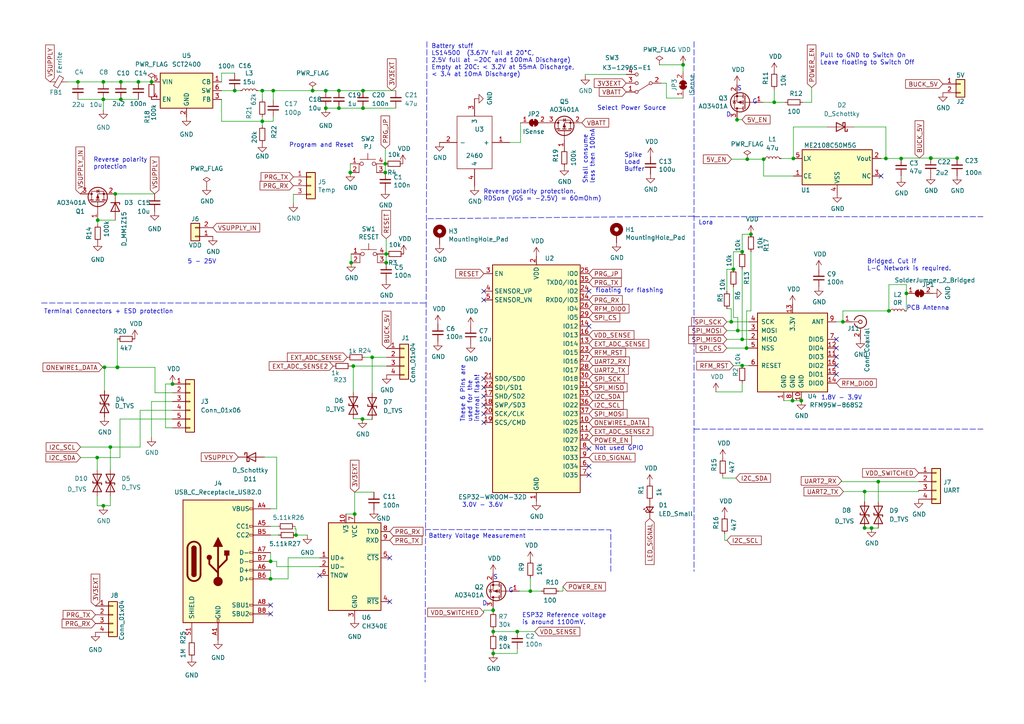
<source format=kicad_sch>
(kicad_sch (version 20211123) (generator eeschema)
  (paper "A4")
  (title_block (title "AcreLink") (date "2022-01-30") (rev "v2.0"))
  (junction (at 143.0528 183.1848))
  (junction (at 230.124 45.974))
  (junction (at 105.1306 121.539))
  (junction (at 212.725 78.105))
  (junction (at 76.073 26.289))
  (junction (at 216.535 100.965))
  (junction (at 261.366 45.974))
  (junction (at 30.3022 106.5276))
  (junction (at 102.87 149.098))
  (junction (at 111.76 47.498))
  (junction (at 112.014 73.66))
  (junction (at 256.9464 45.974))
  (junction (at 40.132 23.749))
  (junction (at 35.052 23.749))
  (junction (at 29.972 146.685))
  (junction (at 216.7382 46.1772))
  (junction (at 250.7742 142.5702))
  (junction (at 217.805 67.945))
  (junction (at 34.0614 106.5276))
  (junction (at 33.4264 56.2356))
  (junction (at 29.972 28.829))
  (junction (at 213.7664 34.7472))
  (junction (at 112.014 76.2))
  (junction (at 76.073 35.179))
  (junction (at 94.488 26.289))
  (junction (at 257.81 90.17))
  (junction (at 105.283 26.289))
  (junction (at 78.486 162.814))
  (junction (at 215.265 73.025))
  (junction (at 22.606 23.749))
  (junction (at 85.852 155.194))
  (junction (at 68.072 26.289))
  (junction (at 101.854 76.2))
  (junction (at 50.038 111.379))
  (junction (at 143.0274 176.9872))
  (junction (at 34.036 106.553))
  (junction (at 150.0378 183.1848))
  (junction (at 232.41 116.205))
  (junction (at 29.972 23.749))
  (junction (at 269.9766 45.847))
  (junction (at 79.248 26.289))
  (junction (at 250.7742 153.1366))
  (junction (at 101.6 50.038))
  (junction (at 215.265 106.045))
  (junction (at 269.9512 45.847))
  (junction (at 35.052 28.829))
  (junction (at 94.488 31.369))
  (junction (at 32.004 129.667))
  (junction (at 98.298 31.369))
  (junction (at 43.942 23.749))
  (junction (at 28.194 132.715))
  (junction (at 229.87 116.205))
  (junction (at 153.8224 171.45))
  (junction (at 212.09 93.345))
  (junction (at 213.995 95.885))
  (junction (at 90.678 26.289))
  (junction (at 224.5614 29.6672))
  (junction (at 78.486 167.894))
  (junction (at 198.12 18.796))
  (junction (at 269.9766 45.8978))
  (junction (at 98.298 26.289))
  (junction (at 102.4636 106.172))
  (junction (at 105.283 31.369))
  (junction (at 262.89 85.09))
  (junction (at 111.76 50.038))
  (junction (at 244.475 93.345))
  (junction (at 252.7808 153.162))
  (junction (at 215.265 98.425))
  (junction (at 221.488 46.1772))
  (junction (at 107.95 103.632))
  (junction (at 143.0528 189.5348))
  (junction (at 28.3464 63.8556))
  (junction (at 34.0614 106.553))
  (junction (at 277.5966 45.847))
  (junction (at 254.7366 139.7))
  (no_connect (at 78.486 175.514))
  (no_connect (at 78.486 178.054))
  (no_connect (at 140.335 84.455))
  (no_connect (at 242.57 98.425))
  (no_connect (at 140.335 112.395))
  (no_connect (at 242.57 100.965))
  (no_connect (at 170.815 137.795))
  (no_connect (at 140.335 120.015))
  (no_connect (at 140.335 114.935))
  (no_connect (at 170.815 135.255))
  (no_connect (at 170.815 84.455))
  (no_connect (at 140.335 122.555))
  (no_connect (at 242.57 106.045))
  (no_connect (at 170.815 130.175))
  (no_connect (at 140.335 117.475))
  (no_connect (at 140.335 86.995))
  (no_connect (at 170.815 94.615))
  (no_connect (at 255.524 51.054))
  (no_connect (at 242.57 103.505))
  (no_connect (at 92.71 166.878))
  (no_connect (at 113.03 174.498))
  (no_connect (at 113.03 161.798))
  (no_connect (at 140.335 109.855))
  (no_connect (at 242.57 108.585))
  (wire (pts (xy 191.77 24.13) (xy 193.294 24.13)))
  (wire (pts (xy 266.446 142.5702) (xy 266.446 142.24)))
  (wire (pts (xy 34.036 106.553) (xy 34.0614 106.553)))
  (wire (pts (xy 212.725 92.075) (xy 213.995 92.075)))
  (wire (pts (xy 94.488 31.369) (xy 98.298 31.369)))
  (wire (pts (xy 85.852 153.416) (xy 85.852 155.194)))
  (wire (pts (xy 83.566 167.894) (xy 78.486 167.894)))
  (wire (pts (xy 32.004 143.891) (xy 32.004 146.685)))
  (wire (pts (xy 277.5966 45.8978) (xy 277.5966 45.847)))
  (wire (pts (xy 269.9512 45.847) (xy 269.9512 45.7962)))
  (wire (pts (xy 80.264 162.814) (xy 78.486 162.814)))
  (wire (pts (xy 215.265 67.945) (xy 217.805 67.945)))
  (polyline (pts (xy 201.295 12.065) (xy 201.295 165.735)))
  (wire (pts (xy 226.568 45.974) (xy 230.124 45.974)))
  (wire (pts (xy 76.073 35.179) (xy 76.073 36.449)))
  (wire (pts (xy 22.606 28.829) (xy 29.972 28.829)))
  (wire (pts (xy 210.82 93.345) (xy 212.09 93.345)))
  (wire (pts (xy 215.265 78.105) (xy 215.265 98.425)))
  (wire (pts (xy 150.0378 189.5348) (xy 143.0528 189.5348)))
  (wire (pts (xy 105.791 103.632) (xy 107.95 103.632)))
  (wire (pts (xy 85.598 153.416) (xy 85.852 153.416)))
  (wire (pts (xy 247.65 36.83) (xy 256.9464 36.83)))
  (wire (pts (xy 215.265 73.025) (xy 215.265 67.945)))
  (wire (pts (xy 64.262 35.179) (xy 76.073 35.179)))
  (wire (pts (xy 162.0774 171.45) (xy 163.2712 171.45)))
  (wire (pts (xy 34.798 121.539) (xy 50.038 121.539)))
  (wire (pts (xy 35.052 28.829) (xy 40.132 28.829)))
  (wire (pts (xy 213.995 95.885) (xy 217.17 95.885)))
  (wire (pts (xy 210.82 84.455) (xy 210.82 78.105)))
  (wire (pts (xy 35.052 23.749) (xy 40.132 23.749)))
  (wire (pts (xy 76.708 132.588) (xy 80.264 132.588)))
  (wire (pts (xy 169.7482 21.59) (xy 169.7482 21.9456)))
  (wire (pts (xy 48.006 111.379) (xy 50.038 111.379)))
  (wire (pts (xy 48.006 124.079) (xy 48.006 111.379)))
  (wire (pts (xy 85.598 152.654) (xy 85.598 153.416)))
  (wire (pts (xy 76.073 35.179) (xy 79.248 35.179)))
  (wire (pts (xy 153.8224 171.45) (xy 156.9974 171.45)))
  (wire (pts (xy 147.8026 41.3258) (xy 150.9776 41.3258)))
  (wire (pts (xy 217.805 90.17) (xy 216.535 90.17)))
  (wire (pts (xy 23.368 132.715) (xy 28.194 132.715)))
  (wire (pts (xy 252.7808 153.162) (xy 250.7742 153.162)))
  (wire (pts (xy 80.264 132.588) (xy 80.264 147.574)))
  (wire (pts (xy 105.1306 121.666) (xy 105.1306 121.539)))
  (wire (pts (xy 269.9512 45.847) (xy 269.9766 45.847)))
  (wire (pts (xy 78.486 160.274) (xy 78.486 162.814)))
  (wire (pts (xy 79.248 33.909) (xy 79.248 35.179)))
  (wire (pts (xy 140.335 176.9872) (xy 140.335 177.6222)))
  (wire (pts (xy 150.0378 183.1848) (xy 155.1178 183.1848)))
  (polyline (pts (xy 123.444 87.884) (xy 11.684 87.884)))
  (wire (pts (xy 181.61 21.59) (xy 169.7482 21.59)))
  (wire (pts (xy 102.4636 121.4374) (xy 105.1306 121.4374)))
  (wire (pts (xy 215.265 113.665) (xy 207.645 113.665)))
  (wire (pts (xy 266.446 139.7) (xy 254.7366 139.7)))
  (polyline (pts (xy 201.295 62.865) (xy 285.115 62.865)))
  (wire (pts (xy 32.004 129.667) (xy 40.64 129.667)))
  (wire (pts (xy 262.89 82.55) (xy 262.89 85.09)))
  (wire (pts (xy 34.0614 106.553) (xy 44.958 106.553)))
  (wire (pts (xy 50.038 116.459) (xy 43.942 116.459)))
  (wire (pts (xy 107.95 121.666) (xy 105.1306 121.666)))
  (wire (pts (xy 230.124 51.054) (xy 221.488 51.054)))
  (wire (pts (xy 28.194 132.715) (xy 28.194 136.271)))
  (wire (pts (xy 143.0274 176.9872) (xy 140.335 176.9872)))
  (wire (pts (xy 79.248 26.289) (xy 79.248 28.829)))
  (wire (pts (xy 80.264 164.338) (xy 80.264 162.814)))
  (wire (pts (xy 76.073 26.289) (xy 76.073 28.829)))
  (wire (pts (xy 34.036 98.298) (xy 34.036 106.553)))
  (wire (pts (xy 28.3464 63.8556) (xy 28.3464 65.1256)))
  (wire (pts (xy 28.3464 63.8556) (xy 33.4264 63.8556)))
  (wire (pts (xy 64.262 26.289) (xy 68.072 26.289)))
  (wire (pts (xy 105.283 26.289) (xy 114.808 26.289)))
  (wire (pts (xy 74.803 26.289) (xy 76.073 26.289)))
  (wire (pts (xy 163.2712 171.45) (xy 163.2712 170.1546)))
  (wire (pts (xy 256.9464 36.83) (xy 256.9464 45.974)))
  (wire (pts (xy 29.7688 106.5276) (xy 30.3022 106.5276)))
  (wire (pts (xy 101.727 106.172) (xy 102.4636 106.172)))
  (wire (pts (xy 230.124 36.83) (xy 230.124 45.974)))
  (wire (pts (xy 102.4636 106.172) (xy 112.141 106.172)))
  (wire (pts (xy 215.265 98.425) (xy 217.17 98.425)))
  (wire (pts (xy 102.87 142.748) (xy 108.458 142.748)))
  (wire (pts (xy 29.972 28.829) (xy 35.052 28.829)))
  (wire (pts (xy 34.0614 106.5276) (xy 34.0614 106.553)))
  (polyline (pts (xy 123.825 12.065) (xy 123.2916 197.8152)))
  (wire (pts (xy 227.33 116.205) (xy 229.87 116.205)))
  (wire (pts (xy 215.265 111.125) (xy 215.265 113.665)))
  (wire (pts (xy 83.566 161.798) (xy 83.566 167.894)))
  (wire (pts (xy 102.4636 106.172) (xy 102.4636 113.8174)))
  (wire (pts (xy 22.606 23.749) (xy 29.972 23.749)))
  (wire (pts (xy 213.995 92.075) (xy 213.995 95.885)))
  (wire (pts (xy 254.7366 139.7) (xy 244.1194 139.7)))
  (wire (pts (xy 244.6274 142.5702) (xy 250.7742 142.5702)))
  (wire (pts (xy 193.294 28.448) (xy 198.12 28.448)))
  (wire (pts (xy 143.0274 176.9872) (xy 143.0274 177.4698)))
  (wire (pts (xy 143.0528 183.1848) (xy 143.0528 182.5498)))
  (wire (pts (xy 212.725 78.105) (xy 212.725 73.025)))
  (wire (pts (xy 240.03 36.83) (xy 230.124 36.83)))
  (wire (pts (xy 198.12 18.796) (xy 198.12 20.828)))
  (wire (pts (xy 250.7742 153.1366) (xy 250.7742 153.162)))
  (wire (pts (xy 111.76 47.498) (xy 111.76 43.053)))
  (wire (pts (xy 210.185 154.813) (xy 210.185 156.718)))
  (wire (pts (xy 102.87 142.748) (xy 102.87 149.098)))
  (wire (pts (xy 191.262 18.796) (xy 198.12 18.796)))
  (wire (pts (xy 250.7742 142.5702) (xy 266.446 142.5702)))
  (wire (pts (xy 244.475 93.345) (xy 244.475 90.17)))
  (wire (pts (xy 29.972 23.749) (xy 35.052 23.749)))
  (wire (pts (xy 30.3022 106.5276) (xy 34.0614 106.5276)))
  (wire (pts (xy 229.87 116.205) (xy 232.41 116.205)))
  (wire (pts (xy 40.64 118.999) (xy 50.038 118.999)))
  (wire (pts (xy 78.486 165.354) (xy 78.486 167.894)))
  (wire (pts (xy 261.366 45.847) (xy 269.9512 45.847)))
  (wire (pts (xy 112.014 73.66) (xy 112.014 69.215)))
  (polyline (pts (xy 201.2188 62.7126) (xy 123.952 63.4238)))
  (wire (pts (xy 143.0274 177.4698) (xy 143.0528 177.4698)))
  (wire (pts (xy 216.535 90.17) (xy 216.535 100.965)))
  (wire (pts (xy 213.7664 34.6964) (xy 215.1888 34.6964)))
  (wire (pts (xy 210.82 78.105) (xy 212.725 78.105)))
  (wire (pts (xy 43.942 116.459) (xy 43.942 126.873)))
  (wire (pts (xy 78.486 155.194) (xy 80.772 155.194)))
  (wire (pts (xy 80.264 147.574) (xy 78.486 147.574)))
  (wire (pts (xy 244.475 90.17) (xy 257.81 90.17)))
  (wire (pts (xy 92.71 164.338) (xy 80.264 164.338)))
  (wire (pts (xy 111.76 50.038) (xy 111.76 47.498)))
  (wire (pts (xy 254.7366 139.7) (xy 254.7366 145.542)))
  (wire (pts (xy 40.64 118.999) (xy 40.64 129.667)))
  (wire (pts (xy 107.95 103.632) (xy 112.141 103.632)))
  (wire (pts (xy 232.8164 29.6672) (xy 235.4072 29.6672)))
  (wire (pts (xy 210.82 89.535) (xy 212.09 89.535)))
  (wire (pts (xy 76.073 33.909) (xy 76.073 35.179)))
  (wire (pts (xy 23.368 129.667) (xy 32.004 129.667)))
  (wire (pts (xy 50.038 113.919) (xy 44.958 113.919)))
  (wire (pts (xy 28.194 132.715) (xy 34.798 132.715)))
  (wire (pts (xy 85.852 155.194) (xy 89.154 155.194)))
  (wire (pts (xy 107.95 103.632) (xy 107.95 114.046)))
  (wire (pts (xy 193.294 24.13) (xy 193.294 28.448)))
  (wire (pts (xy 85.09 58.928) (xy 85.09 56.388)))
  (wire (pts (xy 112.014 76.2) (xy 112.014 73.66)))
  (wire (pts (xy 101.6 50.038) (xy 101.6 47.498)))
  (wire (pts (xy 212.725 106.045) (xy 215.265 106.045)))
  (polyline (pts (xy 201.295 124.46) (xy 285.115 124.46)))
  (wire (pts (xy 235.4072 25.3746) (xy 235.4072 29.6672)))
  (wire (pts (xy 261.366 51.054) (xy 261.366 51.6128)))
  (wire (pts (xy 269.9766 45.8978) (xy 277.5966 45.8978)))
  (wire (pts (xy 19.558 23.749) (xy 22.606 23.749)))
  (wire (pts (xy 250.7742 142.5702) (xy 250.7742 145.5166)))
  (wire (pts (xy 255.524 45.974) (xy 256.9464 45.974)))
  (wire (pts (xy 100.33 149.098) (xy 102.87 149.098)))
  (wire (pts (xy 29.972 28.829) (xy 29.972 31.877)))
  (wire (pts (xy 212.09 89.535) (xy 212.09 93.345)))
  (wire (pts (xy 262.89 85.09) (xy 262.89 90.17)))
  (wire (pts (xy 209.6262 138.6586) (xy 209.6262 138.0236)))
  (wire (pts (xy 90.678 26.289) (xy 94.488 26.289)))
  (wire (pts (xy 34.798 121.539) (xy 34.798 132.715)))
  (wire (pts (xy 210.82 98.425) (xy 215.265 98.425)))
  (wire (pts (xy 50.038 124.079) (xy 48.006 124.079)))
  (wire (pts (xy 212.1662 46.1772) (xy 216.7382 46.1772)))
  (wire (pts (xy 101.854 76.2) (xy 101.854 73.66)))
  (wire (pts (xy 224.5614 29.6672) (xy 227.7364 29.6672)))
  (polyline (pts (xy 177.165 165.735) (xy 177.165 153.67)))
  (wire (pts (xy 150.6474 171.45) (xy 153.8224 171.45)))
  (wire (pts (xy 79.248 26.289) (xy 90.678 26.289)))
  (wire (pts (xy 210.185 156.718) (xy 210.82 156.718)))
  (wire (pts (xy 32.004 146.685) (xy 29.972 146.685)))
  (wire (pts (xy 153.8224 167.64) (xy 153.8224 171.45)))
  (wire (pts (xy 64.262 28.829) (xy 64.262 35.179)))
  (wire (pts (xy 216.535 100.965) (xy 210.82 100.965)))
  (wire (pts (xy 98.298 26.289) (xy 105.283 26.289)))
  (wire (pts (xy 78.486 152.654) (xy 80.518 152.654)))
  (wire (pts (xy 242.57 93.345) (xy 244.475 93.345)))
  (wire (pts (xy 40.132 23.749) (xy 43.942 23.749)))
  (wire (pts (xy 64.262 23.749) (xy 64.262 21.209)))
  (wire (pts (xy 32.004 129.667) (xy 32.004 136.271)))
  (wire (pts (xy 28.194 146.685) (xy 29.972 146.685)))
  (wire (pts (xy 143.0528 189.5348) (xy 143.0528 188.8998)))
  (wire (pts (xy 105.283 31.369) (xy 114.808 31.369)))
  (wire (pts (xy 28.194 143.891) (xy 28.194 146.685)))
  (wire (pts (xy 44.958 113.919) (xy 44.958 106.553)))
  (wire (pts (xy 256.9464 45.974) (xy 261.366 45.974)))
  (wire (pts (xy 33.4264 56.2356) (xy 44.8564 56.2356)))
  (wire (pts (xy 269.9766 45.8978) (xy 269.9766 45.847)))
  (wire (pts (xy 217.805 73.025) (xy 217.805 90.17)))
  (wire (pts (xy 150.0378 188.2648) (xy 150.0378 189.5348)))
  (wire (pts (xy 92.71 161.798) (xy 83.566 161.798)))
  (wire (pts (xy 216.7382 46.1772) (xy 221.488 46.1772)))
  (wire (pts (xy 221.488 45.974) (xy 221.488 46.1772)))
  (wire (pts (xy 244.1194 139.4714) (xy 244.1194 139.7)))
  (wire (pts (xy 212.725 73.025) (xy 215.265 73.025)))
  (wire (pts (xy 30.3022 106.5276) (xy 30.3022 113.3348)))
  (wire (pts (xy 98.298 31.369) (xy 105.283 31.369)))
  (wire (pts (xy 213.7664 34.6964) (xy 213.7664 34.7472)))
  (wire (pts (xy 143.0528 183.1848) (xy 150.0378 183.1848)))
  (wire (pts (xy 212.09 93.345) (xy 217.17 93.345)))
  (wire (pts (xy 76.073 26.289) (xy 79.248 26.289)))
  (wire (pts (xy 210.82 95.885) (xy 213.995 95.885)))
  (polyline (pts (xy 123.2662 153.5938) (xy 177.165 153.67)))
  (wire (pts (xy 68.072 26.289) (xy 69.723 26.289)))
  (wire (pts (xy 257.81 82.55) (xy 262.89 82.55)))
  (wire (pts (xy 254.7366 153.162) (xy 252.7808 153.162)))
  (wire (pts (xy 221.488 46.1772) (xy 221.488 51.054)))
  (wire (pts (xy 143.0274 176.53) (xy 143.0274 176.9872)))
  (wire (pts (xy 261.366 45.847) (xy 261.366 45.974)))
  (wire (pts (xy 221.3864 29.6672) (xy 224.5614 29.6672)))
  (wire (pts (xy 257.81 90.17) (xy 257.81 82.55)))
  (wire (pts (xy 215.265 106.045) (xy 217.17 106.045)))
  (wire (pts (xy 224.5614 25.8572) (xy 224.5614 29.6672)))
  (wire (pts (xy 217.17 100.965) (xy 216.535 100.965)))
  (wire (pts (xy 212.725 83.185) (xy 212.725 92.075)))
  (wire (pts (xy 105.1306 121.4374) (xy 105.1306 121.539)))
  (wire (pts (xy 213.4362 138.6586) (xy 209.6262 138.6586)))
  (wire (pts (xy 94.488 26.289) (xy 98.298 26.289)))
  (wire (pts (xy 143.0528 183.8198) (xy 143.0528 183.1848)))
  (wire (pts (xy 64.262 21.209) (xy 68.072 21.209)))
  (wire (pts (xy 150.9776 41.3258) (xy 150.9776 35.6108)))
  (text "3.0V - 3.6V" (at 133.985 147.32 0) (effects (font (size 1.27 1.27)) (justify left bottom)))
  (text "5 - 25V" (at 54.356 76.708 0) (effects (font (size 1.27 1.27)) (justify left bottom)))
  (text "floating for flashing" (at 172.72 85.09 0) (effects (font (size 1.27 1.27)) (justify left bottom)))
  (text "G" (at 147.4724 172.085 0) (effects (font (size 1.27 1.27)) (justify left bottom)))
  (text "Spike \nLoad\nBuffer" (at 181.0512 49.911 0) (effects (font (size 1.27 1.27)) (justify left bottom)))
  (text "D" (at 139.8524 175.895 0) (effects (font (size 1.27 1.27)) (justify left bottom)))
  (text "1.8V - 3.9V" (at 238.125 116.205 0) (effects (font (size 1.27 1.27)) (justify left bottom)))
  (text "D" (at 210.5914 34.1122 0) (effects (font (size 1.27 1.27)) (justify left bottom)))
  (text "Battery stuff\nLS14500  (3.67V full at 20°C, \n2.5V full at -20C and 100mA Discharge) \nEmpty at 20C: < 3.2V at 55mA Discharge, \n< 3.4 at 10mA Discharge)" (at 125.095 22.4282 0) (effects (font (size 1.27 1.27)) (justify left bottom)))
  (text "Terminal Connectors + ESD protection" (at 12.7 91.186 0) (effects (font (size 1.27 1.27)) (justify left bottom)))
  (text "S" (at 213.7664 26.4922 0) (effects (font (size 1.27 1.27)) (justify left bottom)))
  (text "These 6 Pins are\nused for the\ninternal flash! " (at 139.065 122.555 90) (effects (font (size 1.27 1.27)) (justify left bottom)))
  (text "Program and Reset" (at 83.82 42.926 0) (effects (font (size 1.27 1.27)) (justify left bottom)))
  (text "PCB Antenna" (at 262.89 90.17 0) (effects (font (size 1.27 1.27)) (justify left bottom)))
  (text "Bridged. Cut if \nL-C Network is required. " (at 251.46 78.74 0) (effects (font (size 1.27 1.27)) (justify left bottom)))
  (text "Select Power Source" (at 173.1772 32.1818 0) (effects (font (size 1.27 1.27)) (justify left bottom)))
  (text "Battery Voltage Measurement " (at 124.2568 156.3116 0) (effects (font (size 1.27 1.27)) (justify left bottom)))
  (text "Pull to GND to Switch On\nLeave floating to Switch Off" (at 237.7948 18.9992 0) (effects (font (size 1.27 1.27)) (justify left bottom)))
  (text "S" (at 143.0274 168.275 0) (effects (font (size 1.27 1.27)) (justify left bottom)))
  (text "Lora" (at 202.565 65.405 0) (effects (font (size 1.27 1.27)) (justify left bottom)))
  (text "G" (at 218.2114 30.3022 0) (effects (font (size 1.27 1.27)) (justify left bottom)))
  (text "Not used GPIO" (at 172.4406 130.8608 0) (effects (font (size 1.27 1.27)) (justify left bottom)))
  (text "ESP32 Reference voltage\nis around 1100mV. \n" (at 151.4094 181.356 0) (effects (font (size 1.27 1.27)) (justify left bottom)))
  (text "Shall consume \nless then 100nA" (at 172.5676 53.3908 90) (effects (font (size 1.27 1.27)) (justify left bottom)))
  (text "Reverse polarity protection. \nRDSon (VGS = -2.5V) = 60mOhm)" (at 140.1826 58.4708 0) (effects (font (size 1.27 1.27)) (justify left bottom)))
  (text "Reverse polarity \nprotection" (at 27.0764 49.2506 0) (effects (font (size 1.27 1.27)) (justify left bottom)))
  (global_label "BUCK_5V" (shape input) (at 266.6492 45.847 90) (property "Intersheet References" "${INTERSHEET_REFS}" (effects hide)))
  (global_label "EXT_ADC_SENSE2" (shape input) (at 170.815 125.095 0) (property "Intersheet References" "${INTERSHEET_REFS}" (effects hide)))
  (global_label "PRG_RX" (shape input) (at 113.03 154.178 0) (property "Intersheet References" "${INTERSHEET_REFS}" (effects hide)))
  (global_label "SPI_MISO" (shape input) (at 170.815 112.395 0) (property "Intersheet References" "${INTERSHEET_REFS}" (effects hide)))
  (global_label "UART2_RX" (shape input) (at 170.815 104.775 0) (property "Intersheet References" "${INTERSHEET_REFS}" (effects hide)))
  (global_label "I2C_SCL" (shape input) (at 23.368 129.667 180) (property "Intersheet References" "${INTERSHEET_REFS}" (effects hide)))
  (global_label "VSUPPLY_IN" (shape input) (at 23.2664 56.2356 90) (property "Intersheet References" "${INTERSHEET_REFS}" (effects hide)))
  (global_label "EXT_ADC_SENSE" (shape input) (at 100.711 103.632 180) (property "Intersheet References" "${INTERSHEET_REFS}" (effects hide)))
  (global_label "PRG_TX" (shape input) (at 85.09 51.308 180) (property "Intersheet References" "${INTERSHEET_REFS}" (effects hide)))
  (global_label "UART2_RX" (shape input) (at 244.1194 139.4714 180) (property "Intersheet References" "${INTERSHEET_REFS}" (effects hide)))
  (global_label "ONEWIRE1_DATA" (shape input) (at 170.815 122.555 0) (property "Intersheet References" "${INTERSHEET_REFS}" (effects hide)))
  (global_label "LED_SIGNAL" (shape input) (at 188.468 150.368 270) (property "Intersheet References" "${INTERSHEET_REFS}" (effects hide)))
  (global_label "LED_SIGNAL" (shape input) (at 170.815 132.715 0) (property "Intersheet References" "${INTERSHEET_REFS}" (effects hide)))
  (global_label "SPI_SCK" (shape input) (at 210.82 93.345 180) (property "Intersheet References" "${INTERSHEET_REFS}" (effects hide)))
  (global_label "3V3EXT" (shape input) (at 113.6142 26.289 90) (property "Intersheet References" "${INTERSHEET_REFS}" (effects hide)))
  (global_label "SPI_MOSI" (shape input) (at 170.815 120.015 0) (property "Intersheet References" "${INTERSHEET_REFS}" (effects hide)))
  (global_label "PRG_TX" (shape input) (at 170.815 81.915 0) (property "Intersheet References" "${INTERSHEET_REFS}" (effects hide)))
  (global_label "3V3EXT" (shape input) (at 102.87 142.748 90) (property "Intersheet References" "${INTERSHEET_REFS}" (effects hide)))
  (global_label "VSUPPLY" (shape input) (at 69.088 132.588 180) (property "Intersheet References" "${INTERSHEET_REFS}" (effects hide)))
  (global_label "POWER_EN" (shape input) (at 235.4072 25.3746 90) (property "Intersheet References" "${INTERSHEET_REFS}" (effects hide)))
  (global_label "VDD_SENSE" (shape input) (at 155.1178 183.1848 0) (property "Intersheet References" "${INTERSHEET_REFS}" (effects hide)))
  (global_label "I2C_SDA" (shape input) (at 23.368 132.715 180) (property "Intersheet References" "${INTERSHEET_REFS}" (effects hide)))
  (global_label "I2C_SDA" (shape input) (at 170.815 114.935 0) (property "Intersheet References" "${INTERSHEET_REFS}" (effects hide)))
  (global_label "VDD_SWITCHED" (shape input) (at 140.335 177.6222 180) (property "Intersheet References" "${INTERSHEET_REFS}" (effects hide)))
  (global_label "VBATT" (shape input) (at 168.7576 35.6108 0) (property "Intersheet References" "${INTERSHEET_REFS}" (effects hide)))
  (global_label "UART2_TX" (shape input) (at 244.6274 142.5702 180) (property "Intersheet References" "${INTERSHEET_REFS}" (effects hide)))
  (global_label "PRG_RX" (shape input) (at 27.686 180.848 180) (property "Intersheet References" "${INTERSHEET_REFS}" (effects hide)))
  (global_label "RESET" (shape input) (at 112.014 69.215 90) (property "Intersheet References" "${INTERSHEET_REFS}" (effects hide)))
  (global_label "PRG_RX" (shape input) (at 85.09 53.848 180) (property "Intersheet References" "${INTERSHEET_REFS}" (effects hide)))
  (global_label "SPI_CS" (shape input) (at 210.82 100.965 180) (property "Intersheet References" "${INTERSHEET_REFS}" (effects hide)))
  (global_label "PRG_TX" (shape input) (at 113.03 156.718 0) (property "Intersheet References" "${INTERSHEET_REFS}" (effects hide)))
  (global_label "RFM_RST" (shape input) (at 170.815 102.235 0) (property "Intersheet References" "${INTERSHEET_REFS}" (effects hide)))
  (global_label "SPI_SCK" (shape input) (at 170.815 109.855 0) (property "Intersheet References" "${INTERSHEET_REFS}" (effects hide)))
  (global_label "RFM_RST" (shape input) (at 212.725 106.045 180) (property "Intersheet References" "${INTERSHEET_REFS}" (effects hide)))
  (global_label "3V3EXT" (shape input) (at 181.61 24.13 180) (property "Intersheet References" "${INTERSHEET_REFS}" (effects hide)))
  (global_label "POWER_EN" (shape input) (at 163.2712 170.1546 0) (property "Intersheet References" "${INTERSHEET_REFS}" (effects hide)))
  (global_label "PRG_JP" (shape input) (at 170.815 79.375 0) (property "Intersheet References" "${INTERSHEET_REFS}" (effects hide)))
  (global_label "RFM_DIO0" (shape input) (at 242.57 111.125 0) (property "Intersheet References" "${INTERSHEET_REFS}" (effects hide)))
  (global_label "VSUPPLY" (shape input) (at 14.478 23.749 90) (property "Intersheet References" "${INTERSHEET_REFS}" (effects hide)))
  (global_label "RESET" (shape input) (at 140.335 79.375 180) (property "Intersheet References" "${INTERSHEET_REFS}" (effects hide)))
  (global_label "EXT_ADC_SENSE" (shape input) (at 170.815 99.695 0) (property "Intersheet References" "${INTERSHEET_REFS}" (effects hide)))
  (global_label "VDD_SENSE" (shape input) (at 170.815 97.155 0) (property "Intersheet References" "${INTERSHEET_REFS}" (effects hide)))
  (global_label "5V_EN" (shape input) (at 215.1888 34.6964 0) (property "Intersheet References" "${INTERSHEET_REFS}" (effects hide)))
  (global_label "VBATT" (shape input) (at 181.61 26.67 180) (property "Intersheet References" "${INTERSHEET_REFS}" (effects hide)))
  (global_label "VSUPPLY_IN" (shape input) (at 61.722 66.04 0) (property "Intersheet References" "${INTERSHEET_REFS}" (effects hide)))
  (global_label "RFM_DIO0" (shape input) (at 170.815 89.535 0) (property "Intersheet References" "${INTERSHEET_REFS}" (effects hide)))
  (global_label "ONEWIRE1_DATA" (shape input) (at 29.7688 106.5276 180) (property "Intersheet References" "${INTERSHEET_REFS}" (effects hide)))
  (global_label "PRG_TX" (shape input) (at 27.686 178.308 180) (property "Intersheet References" "${INTERSHEET_REFS}" (effects hide)))
  (global_label "3V3EXT" (shape input) (at 27.686 175.768 90) (property "Intersheet References" "${INTERSHEET_REFS}" (effects hide)))
  (global_label "SPI_MISO" (shape input) (at 210.82 98.425 180) (property "Intersheet References" "${INTERSHEET_REFS}" (effects hide)))
  (global_label "PRG_JP" (shape input) (at 111.76 43.053 90) (property "Intersheet References" "${INTERSHEET_REFS}" (effects hide)))
  (global_label "VDD_SWITCHED" (shape input) (at 266.446 137.16 180) (property "Intersheet References" "${INTERSHEET_REFS}" (effects hide)))
  (global_label "POWER_EN" (shape input) (at 170.815 127.635 0) (property "Intersheet References" "${INTERSHEET_REFS}" (effects hide)))
  (global_label "BUCK_5V" (shape input) (at 112.141 101.092 90) (property "Intersheet References" "${INTERSHEET_REFS}" (effects hide)))
  (global_label "VSUPPLY" (shape input) (at 44.8564 56.2356 90) (property "Intersheet References" "${INTERSHEET_REFS}" (effects hide)))
  (global_label "UART2_TX" (shape input) (at 170.815 107.315 0) (property "Intersheet References" "${INTERSHEET_REFS}" (effects hide)))
  (global_label "PRG_RX" (shape input) (at 170.815 86.995 0) (property "Intersheet References" "${INTERSHEET_REFS}" (effects hide)))
  (global_label "EXT_ADC_SENSE2" (shape input) (at 96.647 106.172 180) (property "Intersheet References" "${INTERSHEET_REFS}" (effects hide)))
  (global_label "I2C_SCL" (shape input) (at 170.815 117.475 0) (property "Intersheet References" "${INTERSHEET_REFS}" (effects hide)))
  (global_label "I2C_SDA" (shape input) (at 213.4362 138.6586 0) (property "Intersheet References" "${INTERSHEET_REFS}" (effects hide)))
  (global_label "I2C_SCL" (shape input) (at 210.82 156.718 0) (property "Intersheet References" "${INTERSHEET_REFS}" (effects hide)))
  (global_label "SPI_MOSI" (shape input) (at 210.82 95.885 180) (property "Intersheet References" "${INTERSHEET_REFS}" (effects hide)))
  (global_label "SPI_CS" (shape input) (at 170.815 92.075 0) (property "Intersheet References" "${INTERSHEET_REFS}" (effects hide)))
  (global_label "5V_EN" (shape input) (at 212.1662 46.1772 180) (property "Intersheet References" "${INTERSHEET_REFS}" (effects hide)))
  (global_label "BUCK_5V" (shape input) (at 273.4818 24.3586 180) (property "Intersheet References" "${INTERSHEET_REFS}" (effects hide)))
  (symbol (lib_id "RF_Module:ESP32-WROOM-32D") (at 155.575 109.855 0) (unit 1)
    (property "Reference" "U2" (at 159.385 74.93 0))
    (property "Value" "ESP32-WROOM-32D" (at 142.875 144.145 0))
    (property "Footprint" "RF_Module:ESP32-WROOM-32" (effects hide))
    (property "Datasheet" "https://www.espressif.com/sites/default/files/documentation/esp32-wroom-32d_esp32-wroom-32u_datasheet_en.pdf" (effects hide))
    (property "LCSC" "C473012" (effects hide))
  )
  (symbol (lib_id "RF_Module:RFM95W-868S2") (at 229.87 100.965 0) (unit 1)
    (property "Reference" "U4" (at 235.585 114.935 0))
    (property "Value" "RFM95W-868S2" (at 242.57 117.475 0))
    (property "Footprint" "RF_Module:HOPERF_RFM9XW_SMD" (effects hide))
    (property "Datasheet" "https://www.hoperf.com/data/upload/portal/20181127/5bfcbea20e9ef.pdf" (effects hide))
  )
  (symbol (lib_id "Transistor_FET:AO3401A") (at 216.3064 29.6672 180) (unit 1)
    (property "Reference" "Q3" (at 211.0994 28.4988 0) (effects (justify left)))
    (property "Value" "AO3401A" (at 211.0994 30.8102 0) (effects (justify left)))
    (property "Footprint" "Package_TO_SOT_SMD:SOT-23" (effects hide))
    (property "Datasheet" "http://www.aosmd.com/pdfs/datasheet/AO3401A.pdf" (effects hide))
    (property "LCSC" "C15127" (effects hide))
  )
  (symbol (lib_id "Connector_Generic:Conn_01x04") (at 271.526 139.7 0) (unit 1)
    (property "Reference" "J7" (at 273.558 139.9032 0) (effects (justify left)))
    (property "Value" "UART" (at 273.558 142.2146 0) (effects (justify left)))
    (property "Footprint" "OWN_Parts_:pcb_edge_2_2" (effects hide))
  )
  (symbol (lib_id "Device:R_Small") (at 143.0528 180.0098 180) (unit 1)
    (property "Reference" "R7" (at 144.5514 178.8414 0) (effects (justify right)))
    (property "Value" "30k" (at 144.5514 181.1528 0) (effects (justify right)))
    (property "Footprint" "Resistor_SMD:R_0603_1608Metric" (effects hide))
    (property "LCSC" "C22984" (effects hide))
  )
  (symbol (lib_id "Device:R_Small") (at 143.0528 186.3598 180) (unit 1)
    (property "Reference" "R8" (at 144.5514 185.1914 0) (effects (justify right)))
    (property "Value" "10k" (at 144.5514 187.5028 0) (effects (justify right)))
    (property "Footprint" "Resistor_SMD:R_0603_1608Metric" (effects hide))
    (property "LCSC" "C25804" (effects hide))
  )
  (symbol (lib_id "power:VDD") (at 198.12 18.796 0) (unit 1)
    (property "Reference" "#PWR0101" (effects hide))
    (property "Value" "VDD" (at 198.501 14.4018 0))
  )
  (symbol (lib_id "power:VDD") (at 155.575 74.295 0) (unit 1)
    (property "Reference" "#PWR0102" (effects hide))
    (property "Value" "VDD" (at 155.956 69.9008 0))
  )
  (symbol (lib_id "power:VDD") (at 229.87 88.265 0) (unit 1)
    (property "Reference" "#PWR0104" (effects hide))
    (property "Value" "VDD" (at 230.251 83.8708 0))
  )
  (symbol (lib_id "power:GND") (at 232.41 116.205 0) (unit 1)
    (property "Reference" "#PWR0106" (effects hide))
    (property "Value" "GND" (at 232.537 120.5992 0))
  )
  (symbol (lib_id "power:GND") (at 266.446 144.78 0) (unit 1)
    (property "Reference" "#PWR0107" (effects hide))
    (property "Value" "GND" (at 266.573 149.1742 0))
  )
  (symbol (lib_id "power:GND") (at 155.575 145.415 0) (unit 1)
    (property "Reference" "#PWR0108" (effects hide))
    (property "Value" "GND" (at 155.702 149.8092 0))
  )
  (symbol (lib_id "Switch:SW_MEC_5E") (at 106.934 76.2 0) (unit 1)
    (property "Reference" "SW1" (at 106.934 66.421 0))
    (property "Value" "RESET" (at 106.934 68.7324 0))
    (property "Footprint" "OWN_Parts_:TS-1187A-C-E-B" (effects hide))
    (property "Datasheet" "http://www.apem.com/int/index.php?controller=attachment&id_attachment=1371" (effects hide))
    (property "LCSC" "C318889" (effects hide))
  )
  (symbol (lib_id "power:GND") (at 85.09 58.928 0) (unit 1)
    (property "Reference" "#PWR0112" (effects hide))
    (property "Value" "GND" (at 85.217 63.3222 0))
  )
  (symbol (lib_id "Connector_Generic:Conn_01x02") (at 56.642 68.58 180) (unit 1)
    (property "Reference" "J6" (at 56.642 63.5 0))
    (property "Value" "VDD " (at 56.642 71.12 0))
    (property "Footprint" "TerminalBlock_TE-Connectivity:TerminalBlock_TE_282834-2_1x02_P2.54mm_Horizontal" (effects hide))
  )
  (symbol (lib_id "power:GND") (at 61.722 68.58 0) (unit 1)
    (property "Reference" "#PWR0117" (effects hide))
    (property "Value" "GND" (at 61.849 72.9742 0))
  )
  (symbol (lib_id "Device:R_Small") (at 114.554 73.66 90) (unit 1)
    (property "Reference" "R3" (at 113.919 76.2 90))
    (property "Value" "10k" (at 114.554 70.993 90))
    (property "Footprint" "Capacitor_SMD:C_0603_1608Metric" (effects hide))
    (property "LCSC" "C25804" (effects hide))
  )
  (symbol (lib_id "power:VDD") (at 117.094 73.66 0) (unit 1)
    (property "Reference" "#PWR0114" (effects hide))
    (property "Value" "VDD" (at 117.475 69.2658 0))
  )
  (symbol (lib_id "power:GND") (at 101.854 76.2 0) (unit 1)
    (property "Reference" "#PWR0121" (effects hide))
    (property "Value" "GND" (at 101.981 80.5942 0))
  )
  (symbol (lib_id "power:VDD") (at 213.7664 24.5872 0) (unit 1)
    (property "Reference" "#PWR0122" (effects hide))
    (property "Value" "VDD" (at 214.1474 20.193 0))
  )
  (symbol (lib_id "Connector_Generic:Conn_01x03") (at 90.17 53.848 0) (unit 1)
    (property "Reference" "J5" (at 92.202 52.7812 0) (effects (justify left)))
    (property "Value" "Temp" (at 92.202 55.0926 0) (effects (justify left)))
    (property "Footprint" "Connector_PinHeader_2.54mm:PinHeader_1x03_P2.54mm_Vertical" (effects hide))
  )
  (symbol (lib_id "Device:C_Small") (at 136.525 97.155 180) (unit 1)
    (property "Reference" "C7" (at 138.8618 95.9866 0) (effects (justify right)))
    (property "Value" "10u" (at 138.8618 98.298 0) (effects (justify right)))
    (property "Footprint" "Capacitor_SMD:C_0805_2012Metric" (effects hide))
    (property "LCSC" "C15850" (effects hide))
  )
  (symbol (lib_id "power:VDD") (at 136.525 94.615 0) (unit 1)
    (property "Reference" "#PWR0136" (effects hide))
    (property "Value" "VDD" (at 136.906 90.2208 0))
  )
  (symbol (lib_id "power:GND") (at 136.525 99.695 0) (unit 1)
    (property "Reference" "#PWR0137" (effects hide))
    (property "Value" "GND" (at 136.652 104.0892 0))
  )
  (symbol (lib_id "Device:R_Small") (at 224.5614 23.3172 0) (unit 1)
    (property "Reference" "R11" (at 222.0214 22.6822 90))
    (property "Value" "10k" (at 227.2284 23.3172 90))
    (property "Footprint" "Capacitor_SMD:C_0603_1608Metric" (effects hide))
    (property "LCSC" "C25804" (effects hide))
  )
  (symbol (lib_id "power:VDD") (at 224.5614 20.7772 0) (unit 1)
    (property "Reference" "#PWR0123" (effects hide))
    (property "Value" "VDD" (at 224.9424 16.383 0))
  )
  (symbol (lib_id "Device:R_Small") (at 230.2764 29.6672 270) (unit 1)
    (property "Reference" "R12" (at 230.9114 27.1272 90))
    (property "Value" "100" (at 230.2764 32.3342 90))
    (property "Footprint" "Resistor_SMD:R_0603_1608Metric" (effects hide))
    (property "LCSC" "C22775" (effects hide))
  )
  (symbol (lib_id "power:VDD") (at 50.038 111.379 0) (unit 1)
    (property "Reference" "#PWR0139" (effects hide))
    (property "Value" "VDD" (at 50.419 106.9848 0))
  )
  (symbol (lib_id "Device:C_Small") (at 127 96.52 180) (unit 1)
    (property "Reference" "C6" (at 129.3368 95.3516 0) (effects (justify right)))
    (property "Value" "100n" (at 129.3368 97.663 0) (effects (justify right)))
    (property "Footprint" "Capacitor_SMD:C_0603_1608Metric" (effects hide))
    (property "LCSC" "C14663" (effects hide))
  )
  (symbol (lib_id "Device:C_Small") (at 112.014 78.74 180) (unit 1)
    (property "Reference" "C5" (at 114.3508 77.5716 0) (effects (justify right)))
    (property "Value" "100n" (at 114.3508 79.883 0) (effects (justify right)))
    (property "Footprint" "Capacitor_SMD:C_0603_1608Metric" (effects hide))
    (property "LCSC" "C14663" (effects hide))
  )
  (symbol (lib_id "power:GND") (at 112.014 81.28 0) (unit 1)
    (property "Reference" "#PWR0140" (effects hide))
    (property "Value" "GND" (at 112.141 85.6742 0))
  )
  (symbol (lib_id "power:VDD") (at 127 93.98 0) (unit 1)
    (property "Reference" "#PWR0144" (effects hide))
    (property "Value" "VDD" (at 127.381 89.5858 0))
  )
  (symbol (lib_id "power:GND") (at 127 99.06 0) (unit 1)
    (property "Reference" "#PWR0145" (effects hide))
    (property "Value" "GND" (at 127.127 103.4542 0))
  )
  (symbol (lib_id "power:GND") (at 237.49 83.185 0) (unit 1)
    (property "Reference" "#PWR0124" (effects hide))
    (property "Value" "GND" (at 237.617 87.5792 0))
  )
  (symbol (lib_id "power:VDD") (at 237.49 78.105 0) (unit 1)
    (property "Reference" "#PWR0125" (effects hide))
    (property "Value" "VDD" (at 237.871 73.7108 0))
  )
  (symbol (lib_id "Device:C_Small") (at 237.49 80.645 180) (unit 1)
    (property "Reference" "C9" (at 239.8268 79.4766 0) (effects (justify right)))
    (property "Value" "100n" (at 239.8268 81.788 0) (effects (justify right)))
    (property "Footprint" "Capacitor_SMD:C_0603_1608Metric" (effects hide))
    (property "LCSC" "C14663" (effects hide))
  )
  (symbol (lib_id "Device:R_Small") (at 210.185 152.273 0) (unit 1)
    (property "Reference" "R16" (at 207.645 151.638 90))
    (property "Value" "4k7" (at 212.852 152.273 90))
    (property "Footprint" "Resistor_SMD:R_0603_1608Metric" (effects hide))
    (property "LCSC" "C23162" (effects hide))
  )
  (symbol (lib_id "Device:R_Small") (at 209.6262 135.4836 0) (unit 1)
    (property "Reference" "R15" (at 207.0862 134.8486 90))
    (property "Value" "4k7" (at 212.2932 135.4836 90))
    (property "Footprint" "Resistor_SMD:R_0603_1608Metric" (effects hide))
    (property "LCSC" "C23162" (effects hide))
  )
  (symbol (lib_id "power:VDD") (at 209.6262 132.9436 0) (unit 1)
    (property "Reference" "#PWR0126" (effects hide))
    (property "Value" "VDD" (at 210.0072 128.5494 0))
  )
  (symbol (lib_id "power:VDD") (at 210.185 149.733 0) (unit 1)
    (property "Reference" "#PWR0127" (effects hide))
    (property "Value" "VDD" (at 210.566 145.3388 0))
  )
  (symbol (lib_id "Transistor_FET:AO3401A") (at 145.5674 171.45 180) (unit 1)
    (property "Reference" "Q2" (at 140.3604 170.2816 0) (effects (justify left)))
    (property "Value" "AO3401A" (at 140.3604 172.593 0) (effects (justify left)))
    (property "Footprint" "Package_TO_SOT_SMD:SOT-23" (effects hide))
    (property "Datasheet" "http://www.aosmd.com/pdfs/datasheet/AO3401A.pdf" (effects hide))
    (property "LCSC" "C15127" (effects hide))
  )
  (symbol (lib_id "power:VDD") (at 143.0274 166.37 0) (unit 1)
    (property "Reference" "#PWR0128" (effects hide))
    (property "Value" "VDD" (at 143.4084 161.9758 0))
  )
  (symbol (lib_id "Device:R_Small") (at 153.8224 165.1 0) (unit 1)
    (property "Reference" "R9" (at 151.2824 164.465 90))
    (property "Value" "10k" (at 156.4894 165.1 90))
    (property "Footprint" "Capacitor_SMD:C_0603_1608Metric" (effects hide))
    (property "LCSC" "C25804" (effects hide))
  )
  (symbol (lib_id "power:VDD") (at 153.8224 162.56 0) (unit 1)
    (property "Reference" "#PWR0129" (effects hide))
    (property "Value" "VDD" (at 154.2034 158.1658 0))
  )
  (symbol (lib_id "Device:R_Small") (at 159.5374 171.45 270) (unit 1)
    (property "Reference" "R10" (at 160.1724 168.91 90))
    (property "Value" "100" (at 159.5374 174.117 90))
    (property "Footprint" "Resistor_SMD:R_0603_1608Metric" (effects hide))
    (property "LCSC" "C22775" (effects hide))
  )
  (symbol (lib_id "power:GND") (at 143.0528 189.5348 0) (unit 1)
    (property "Reference" "#PWR0130" (effects hide))
    (property "Value" "GND" (at 143.1798 193.929 0))
  )
  (symbol (lib_id "SamacSys_Parts:2460") (at 127.4826 41.3258 0) (unit 1)
    (property "Reference" "U3" (at 137.6426 37.5158 0) (effects (justify left)))
    (property "Value" "2460" (at 135.1026 45.1358 0) (effects (justify left)))
    (property "Footprint" "SamacSys_Parts:2460" (effects hide))
    (property "Datasheet" "http://www.keyelco.com/product-pdf.cfm?p=1025" (effects hide))
    (property "Description" "Battery Holder; AA; Polypropylene; PC Mount; 1; Spring; PC Lug" (effects hide))
    (property "Height" "14" (effects hide))
    (property "Mouser Part Number" "534-2460" (effects hide))
    (property "Mouser Price/Stock" "https://www.mouser.co.uk/ProductDetail/Keystone-Electronics/2460?qs=3CbvriavsLB6FI3qURcWXQ%3D%3D" (effects hide))
    (property "Manufacturer_Name" "Keystone Electronics" (effects hide))
    (property "Manufacturer_Part_Number" "2460" (effects hide))
  )
  (symbol (lib_id "power:GND") (at 137.6426 54.0258 0) (unit 1)
    (property "Reference" "#PWR0109" (effects hide))
    (property "Value" "GND" (at 137.7696 58.42 0))
  )
  (symbol (lib_id "power:GND") (at 127.4826 41.3258 0) (unit 1)
    (property "Reference" "#PWR0131" (effects hide))
    (property "Value" "GND" (at 127.6096 45.72 0))
  )
  (symbol (lib_id "power:GND") (at 137.6426 28.6258 90) (unit 1)
    (property "Reference" "#PWR0133" (effects hide))
    (property "Value" "GND" (at 142.0368 28.4988 0))
  )
  (symbol (lib_id "Transistor_FET:AO3401A") (at 163.6776 38.1508 90) (unit 1)
    (property "Reference" "Q5" (at 163.6776 29.464 90))
    (property "Value" "AO3401A" (at 163.6776 31.7754 90))
    (property "Footprint" "Package_TO_SOT_SMD:SOT-23" (effects hide))
    (property "Datasheet" "http://www.aosmd.com/pdfs/datasheet/AO3401A.pdf" (effects hide))
    (property "LCSC" "C15127" (effects hide))
  )
  (symbol (lib_id "Device:C_Small") (at 188.6712 48.006 180) (unit 1)
    (property "Reference" "C13" (at 191.008 46.8376 0) (effects (justify right)))
    (property "Value" "100u" (at 191.008 49.149 0) (effects (justify right)))
    (property "Footprint" "Capacitor_SMD:C_1206_3216Metric" (effects hide))
    (property "LCSC" "C15008" (effects hide))
  )
  (symbol (lib_id "Device:R_Small") (at 163.6776 45.7708 0) (unit 1)
    (property "Reference" "R19" (at 161.1376 45.1358 90))
    (property "Value" "100k" (at 166.3446 45.7708 90))
    (property "Footprint" "Resistor_SMD:R_0603_1608Metric" (effects hide))
    (property "LCSC" "C25803" (effects hide))
  )
  (symbol (lib_id "power:GND") (at 188.6712 50.546 0) (unit 1)
    (property "Reference" "#PWR0147" (effects hide))
    (property "Value" "GND" (at 188.7982 54.9402 0))
  )
  (symbol (lib_id "Connector:Conn_Coaxial") (at 249.555 93.345 0) (unit 1)
    (property "Reference" "J11" (at 245.745 95.25 0) (effects (justify left)))
    (property "Value" "Conn_Coaxial" (at 251.46 107.95 90) (effects (justify left)))
    (property "Footprint" "Connector_Coaxial:SMA_Molex_73251-2120_EdgeMount_Horizontal" (effects hide))
    (property "Datasheet" " ~" (effects hide))
  )
  (symbol (lib_id "power:GND") (at 249.555 98.425 0) (unit 1)
    (property "Reference" "#PWR0146" (effects hide))
    (property "Value" "GND" (at 249.682 102.8192 0))
  )
  (symbol (lib_id "Device:L_Small") (at 260.35 90.17 90) (unit 1)
    (property "Reference" "L2" (at 260.35 85.471 90))
    (property "Value" "0R" (at 260.35 87.7824 90))
    (property "Footprint" "Resistor_SMD:R_0603_1608Metric" (effects hide))
    (property "LCSC" "C21189" (effects hide))
  )
  (symbol (lib_id "power:VDD") (at 188.6712 45.466 0) (unit 1)
    (property "Reference" "#PWR0150" (effects hide))
    (property "Value" "VDD" (at 189.0522 41.0718 0))
  )
  (symbol (lib_id "power:GND") (at 163.6776 48.3108 0) (unit 1)
    (property "Reference" "#PWR0151" (effects hide))
    (property "Value" "GND" (at 163.8046 52.705 0))
  )
  (symbol (lib_id "Jumper:SolderJumper_2_Bridged") (at 266.7 85.09 0) (unit 1)
    (property "Reference" "JP1" (at 269.24 82.55 0))
    (property "Value" "SolderJumper_2_Bridged" (at 271.145 81.28 0))
    (property "Footprint" "OWN_Parts_:jumperhidden" (effects hide))
  )
  (symbol (lib_id "power:GND") (at 270.51 85.09 90) (unit 1)
    (property "Reference" "#PWR02" (effects hide))
    (property "Value" "GND" (at 274.9042 84.963 0))
  )
  (symbol (lib_id "Mechanical:MountingHole_Pad") (at 178.816 67.818 0) (unit 1)
    (property "Reference" "H1" (at 181.356 66.5734 0) (effects (justify left)))
    (property "Value" "MountingHole_Pad" (at 181.356 68.8848 0) (effects (justify left)))
    (property "Footprint" "MountingHole:MountingHole_2.2mm_M2_DIN965_Pad" (effects hide))
  )
  (symbol (lib_id "power:GND") (at 178.816 70.358 0) (unit 1)
    (property "Reference" "#PWR03" (effects hide))
    (property "Value" "GND" (at 178.943 74.7522 0))
  )
  (symbol (lib_id "Mechanical:MountingHole_Pad") (at 127.508 68.326 0) (unit 1)
    (property "Reference" "H3" (at 130.048 67.0814 0) (effects (justify left)))
    (property "Value" "MountingHole_Pad" (at 130.048 69.3928 0) (effects (justify left)))
    (property "Footprint" "MountingHole:MountingHole_2.2mm_M2_DIN965_Pad" (effects hide))
  )
  (symbol (lib_id "power:GND") (at 127.508 70.866 0) (unit 1)
    (property "Reference" "#PWR05" (effects hide))
    (property "Value" "GND" (at 127.635 75.2602 0))
  )
  (symbol (lib_id "Switch:SW_MEC_5E") (at 106.68 50.038 0) (unit 1)
    (property "Reference" "SW2" (at 106.68 40.259 0))
    (property "Value" "PJ" (at 106.68 42.5704 0))
    (property "Footprint" "OWN_Parts_:TS-1187A-C-E-B" (effects hide))
    (property "Datasheet" "http://www.apem.com/int/index.php?controller=attachment&id_attachment=1371" (effects hide))
    (property "LCSC" "C318889" (effects hide))
  )
  (symbol (lib_id "Device:R_Small") (at 114.3 47.498 90) (unit 1)
    (property "Reference" "R4" (at 113.665 50.038 90))
    (property "Value" "10k" (at 114.3 44.831 90))
    (property "Footprint" "Capacitor_SMD:C_0603_1608Metric" (effects hide))
    (property "LCSC" "C25804" (effects hide))
  )
  (symbol (lib_id "power:VDD") (at 116.84 47.498 0) (unit 1)
    (property "Reference" "#PWR0115" (effects hide))
    (property "Value" "VDD" (at 117.221 43.1038 0))
  )
  (symbol (lib_id "power:GND") (at 101.6 50.038 0) (unit 1)
    (property "Reference" "#PWR0118" (effects hide))
    (property "Value" "GND" (at 101.727 54.4322 0))
  )
  (symbol (lib_id "Device:C_Small") (at 111.76 52.578 180) (unit 1)
    (property "Reference" "C1" (at 114.0968 51.4096 0) (effects (justify right)))
    (property "Value" "100n" (at 114.0968 53.721 0) (effects (justify right)))
    (property "Footprint" "Capacitor_SMD:C_0603_1608Metric" (effects hide))
    (property "LCSC" "C14663" (effects hide))
  )
  (symbol (lib_id "power:GND") (at 111.76 55.118 0) (unit 1)
    (property "Reference" "#PWR0132" (effects hide))
    (property "Value" "GND" (at 111.887 59.5122 0))
  )
  (symbol (lib_id "Device:R_Small") (at 210.82 86.995 0) (unit 1)
    (property "Reference" "R5" (at 208.915 86.36 90))
    (property "Value" "10k" (at 209.55 82.55 90))
    (property "Footprint" "Capacitor_SMD:C_0603_1608Metric" (effects hide))
    (property "LCSC" "C25804" (effects hide))
  )
  (symbol (lib_id "Device:R_Small") (at 212.725 80.645 0) (unit 1)
    (property "Reference" "R6" (at 213.995 85.725 90))
    (property "Value" "10k" (at 211.455 75.565 90))
    (property "Footprint" "Capacitor_SMD:C_0603_1608Metric" (effects hide))
    (property "LCSC" "C25804" (effects hide))
  )
  (symbol (lib_id "Device:R_Small") (at 215.265 75.565 0) (unit 1)
    (property "Reference" "R13" (at 216.535 80.645 90))
    (property "Value" "10k" (at 213.995 71.12 90))
    (property "Footprint" "Capacitor_SMD:C_0603_1608Metric" (effects hide))
    (property "LCSC" "C25804" (effects hide))
  )
  (symbol (lib_id "Device:R_Small") (at 217.805 70.485 0) (unit 1)
    (property "Reference" "R17" (at 222.25 71.12 90))
    (property "Value" "10k" (at 220.472 70.485 90))
    (property "Footprint" "Capacitor_SMD:C_0603_1608Metric" (effects hide))
    (property "LCSC" "C25804" (effects hide))
  )
  (symbol (lib_id "power:VDD") (at 217.805 67.945 0) (unit 1)
    (property "Reference" "#PWR0135" (effects hide))
    (property "Value" "VDD" (at 218.186 63.5508 0))
  )
  (symbol (lib_id "Device:R_Small") (at 36.576 98.298 270) (unit 1)
    (property "Reference" "R20" (at 34.8234 96.0882 90))
    (property "Value" "4k7" (at 36.576 100.965 90))
    (property "Footprint" "Capacitor_SMD:C_0603_1608Metric" (effects hide))
    (property "LCSC" "C23162" (effects hide))
  )
  (symbol (lib_id "power:VDD") (at 39.116 98.298 0) (unit 1)
    (property "Reference" "#PWR0141" (effects hide))
    (property "Value" "VDD" (at 39.497 93.9038 0))
  )
  (symbol (lib_id "power:PWR_FLAG") (at 191.262 18.796 0) (unit 1)
    (property "Reference" "#FLG0101" (effects hide))
    (property "Value" "PWR_FLAG" (at 191.262 14.4018 0))
  )
  (symbol (lib_id "Device:C_Small") (at 150.0378 185.7248 180) (unit 1)
    (property "Reference" "C2" (at 152.3746 184.5564 0) (effects (justify right)))
    (property "Value" "100n" (at 152.3746 186.8678 0) (effects (justify right)))
    (property "Footprint" "Capacitor_SMD:C_0603_1608Metric" (effects hide))
    (property "LCSC" "C14663" (effects hide))
  )
  (symbol (lib_id "Jumper:SolderJumper_2_Bridged") (at 154.7876 35.6108 0) (unit 1)
    (property "Reference" "JP2" (at 154.7876 33.0708 0))
    (property "Value" "ISense" (at 154.7876 38.1508 0))
    (property "Footprint" "Jumper:SolderJumper-2_P1.3mm_Bridged_RoundedPad1.0x1.5mm" (effects hide))
  )
  (symbol (lib_id "Device:R_Small") (at 215.265 108.585 0) (unit 1)
    (property "Reference" "R2" (at 213.36 107.95 90))
    (property "Value" "10k" (at 213.995 104.14 90))
    (property "Footprint" "Capacitor_SMD:C_0603_1608Metric" (effects hide))
    (property "LCSC" "C25804" (effects hide))
  )
  (symbol (lib_id "power:VDD") (at 207.645 113.665 0) (unit 1)
    (property "Reference" "#PWR0105" (effects hide))
    (property "Value" "VDD" (at 208.026 109.2708 0))
  )
  (symbol (lib_id "Device:C_Small") (at 105.283 28.829 180) (unit 1)
    (property "Reference" "C20" (at 107.823 27.5525 0) (effects (justify right)))
    (property "Value" "100n" (at 107.823 30.0925 0) (effects (justify right)))
    (property "Footprint" "Capacitor_SMD:C_0603_1608Metric" (effects hide))
    (property "LCSC" "C14663" (effects hide))
  )
  (symbol (lib_id "Device:FerriteBead_Small") (at 17.018 23.749 90) (unit 1)
    (property "Reference" "FB1" (at 16.256 26.797 90))
    (property "Value" "Ferrite" (at 17.272 18.161 0))
    (property "Footprint" "Inductor_SMD:L_0805_2012Metric" (effects hide))
    (property "LCSC" "C1017" (effects hide))
  )
  (symbol (lib_id "power:GND") (at 29.972 31.877 0) (unit 1)
    (property "Reference" "#PWR0156" (effects hide))
    (property "Value" "GND" (at 29.972 36.957 0))
  )
  (symbol (lib_id "power:GND") (at 242.824 56.134 0) (unit 1)
    (property "Reference" "#PWR0134" (effects hide))
    (property "Value" "GND" (at 242.951 60.5282 0))
  )
  (symbol (lib_id "Device:C_Small") (at 114.808 28.829 180) (unit 1)
    (property "Reference" "C21" (at 117.348 27.5525 0) (effects (justify right)))
    (property "Value" "47u" (at 117.348 30.0925 0) (effects (justify right)))
    (property "Footprint" "Capacitor_SMD:C_1206_3216Metric" (effects hide))
    (property "LCSC" "C96123" (effects hide))
  )
  (symbol (lib_id "power:GND") (at 273.4818 26.8986 0) (unit 1)
    (property "Reference" "#PWR0152" (effects hide))
    (property "Value" "GND" (at 273.6088 31.2928 0))
  )
  (symbol (lib_id "Device:R_Small") (at 83.058 152.654 270) (unit 1)
    (property "Reference" "R26" (at 86.36 150.114 90))
    (property "Value" "5.11k" (at 81.788 150.114 90))
    (property "Footprint" "Resistor_SMD:R_0603_1608Metric" (effects hide))
    (property "LCSC" "C23067" (effects hide))
  )
  (symbol (lib_id "Device:R_Small") (at 76.073 38.989 0) (unit 1)
    (property "Reference" "R22" (at 79.4766 38.2778 90))
    (property "Value" "20k" (at 73.787 39.8018 90))
    (property "Footprint" "Resistor_SMD:R_0603_1608Metric" (effects hide))
    (property "LCSC" "C4184" (effects hide))
  )
  (symbol (lib_id "Connector:USB_C_Receptacle_USB2.0") (at 63.246 162.814 0) (unit 1)
    (property "Reference" "J4" (at 63.246 140.208 0))
    (property "Value" "USB_C_Receptacle_USB2.0" (at 63.246 142.748 0))
    (property "Footprint" "Connector_USB:USB_C_Receptacle_HRO_TYPE-C-31-M-12" (effects hide))
    (property "Datasheet" "https://www.usb.org/sites/default/files/documents/usb_type-c.zip" (effects hide))
    (property "LCSC" "C167321" (effects hide))
  )
  (symbol (lib_id "Device:D_TVS") (at 250.7742 149.3266 90) (unit 1)
    (property "Reference" "D8" (at 244.1702 148.0312 90) (effects (justify right)))
    (property "Value" "D_TVS" (at 242.062 151.1554 90) (effects (justify right)))
    (property "Footprint" "Diode_SMD:D_0402_1005Metric" (effects hide))
    (property "Description" "ESD5451N-TP" (effects hide))
    (property "LCSC" "C2830311" (effects hide))
  )
  (symbol (lib_id "power:GND") (at 252.7808 153.162 0) (unit 1)
    (property "Reference" "#PWR0163" (effects hide))
    (property "Value" "GND" (at 252.9078 157.5562 0))
  )
  (symbol (lib_id "OWN_Parts_:K3-1296S-E1") (at 186.69 24.13 180) (unit 1)
    (property "Reference" "SW3" (at 177.5206 16.764 0))
    (property "Value" "K3-1296S-E1" (at 181.8132 19.6342 0))
    (property "Footprint" "OWN_Parts_:K3-1296S-E1" (effects hide))
    (property "LCSC" "C128955" (effects hide))
  )
  (symbol (lib_id "power:GND") (at 261.366 51.6128 0) (unit 1)
    (property "Reference" "#PWR0142" (effects hide))
    (property "Value" "GND" (at 261.493 56.007 0))
  )
  (symbol (lib_id "Connector_Generic:Conn_01x04") (at 32.766 178.308 0) (unit 1)
    (property "Reference" "J8" (at 31.9786 172.6946 0) (effects (justify left)))
    (property "Value" "Conn_01x04" (at 35.2806 185.801 90) (effects (justify left)))
    (property "Footprint" "Connector_PinHeader_2.54mm:PinHeader_1x04_P2.54mm_Vertical" (effects hide))
  )
  (symbol (lib_id "power:GND") (at 30.3022 120.9548 0) (unit 1)
    (property "Reference" "#PWR0160" (effects hide))
    (property "Value" "GND" (at 30.4292 125.349 0))
  )
  (symbol (lib_id "power:GND") (at 44.8564 61.3156 0) (unit 1)
    (property "Reference" "#PWR0158" (effects hide))
    (property "Value" "GND" (at 44.8564 66.3956 0))
  )
  (symbol (lib_id "Device:R_Small") (at 55.626 188.214 0) (unit 1)
    (property "Reference" "R25" (at 53.086 184.912 90))
    (property "Value" "1M" (at 53.086 189.484 90))
    (property "Footprint" "Resistor_SMD:R_0603_1608Metric" (effects hide))
    (property "LCSC" "C22935" (effects hide))
  )
  (symbol (lib_id "power:PWR_FLAG") (at 43.942 23.749 0) (unit 1)
    (property "Reference" "#FLG0103" (effects hide))
    (property "Value" "PWR_FLAG" (at 43.942 18.669 0))
  )
  (symbol (lib_id "Device:D_Zener") (at 33.4264 60.0456 270) (unit 1)
    (property "Reference" "D3" (at 35.9664 58.7755 90) (effects (justify left)))
    (property "Value" "D_MM1Z15" (at 35.9664 61.3156 0) (effects (justify left)))
    (property "Footprint" "Diode_SMD:D_SOD-123" (effects hide))
    (property "LCSC" "C86235" (effects hide))
  )
  (symbol (lib_id "power:PWR_FLAG") (at 59.944 53.975 0) (unit 1)
    (property "Reference" "#FLG0104" (effects hide))
    (property "Value" "PWR_FLAG" (at 59.944 48.895 0))
  )
  (symbol (lib_id "Connector_Generic:Conn_01x06") (at 55.118 116.459 0) (unit 1)
    (property "Reference" "J3" (at 58.166 116.4589 0) (effects (justify left)))
    (property "Value" "Conn_01x06" (at 58.166 118.9989 0) (effects (justify left)))
    (property "Footprint" "TerminalBlock_TE-Connectivity:TerminalBlock_TE_282834-6_1x06_P2.54mm_Horizontal" (effects hide))
  )
  (symbol (lib_id "Device:R_Small") (at 103.251 103.632 90) (unit 1)
    (property "Reference" "R24" (at 105.791 101.727 90))
    (property "Value" "1k" (at 102.235 101.854 90))
    (property "Footprint" "Capacitor_SMD:C_0603_1608Metric" (effects hide))
    (property "LCSC" "C21190" (effects hide))
  )
  (symbol (lib_id "power:GND") (at 169.7482 21.9456 0) (unit 1)
    (property "Reference" "#PWR0154" (effects hide))
    (property "Value" "GND" (at 169.8752 26.3398 0))
  )
  (symbol (lib_id "Connector_Generic:Conn_01x02") (at 278.5618 24.3586 0) (unit 1)
    (property "Reference" "J2" (at 278.5618 29.4386 0))
    (property "Value" "5V" (at 278.5618 21.8186 0))
    (property "Footprint" "OWN_Parts_:pcb_edge_2_1" (effects hide))
  )
  (symbol (lib_id "Device:R_Small") (at 43.942 26.289 180) (unit 1)
    (property "Reference" "R18" (at 42.672 33.909 90))
    (property "Value" "100k" (at 44.577 32.639 90))
    (property "Footprint" "Resistor_SMD:R_0603_1608Metric" (effects hide))
    (property "LCSC" "C25803" (effects hide))
  )
  (symbol (lib_id "power:GND") (at 94.488 31.369 0) (unit 1)
    (property "Reference" "#PWR0161" (effects hide))
    (property "Value" "GND" (at 94.488 36.449 0))
  )
  (symbol (lib_id "Device:C_Small") (at 277.5966 48.387 180) (unit 1)
    (property "Reference" "C23" (at 279.8064 46.6344 0) (effects (justify right)))
    (property "Value" "100n" (at 279.8826 50.0888 0) (effects (justify right)))
    (property "Footprint" "Capacitor_SMD:C_0603_1608Metric" (effects hide))
    (property "LCSC" "C14663" (effects hide))
  )
  (symbol (lib_id "power:GND") (at 76.073 41.529 0) (unit 1)
    (property "Reference" "#PWR0155" (effects hide))
    (property "Value" "GND" (at 76.073 45.339 0))
  )
  (symbol (lib_id "Device:D_TVS") (at 107.95 117.856 90) (unit 1)
    (property "Reference" "D7" (at 111.125 116.5859 90) (effects (justify right)))
    (property "Value" "D_TVS" (at 111.125 119.1259 90) (effects (justify right)))
    (property "Footprint" "Diode_SMD:D_0402_1005Metric" (effects hide))
    (property "Description" "ESD5451N-TP" (effects hide))
    (property "LCSC" "C2830311" (effects hide))
  )
  (symbol (lib_id "power:GND") (at 54.102 33.909 0) (unit 1)
    (property "Reference" "#PWR0157" (effects hide))
    (property "Value" "GND" (at 54.102 38.989 0))
  )
  (symbol (lib_id "Device:C_Small") (at 79.248 31.369 0) (unit 1)
    (property "Reference" "C17" (at 82.423 30.1052 0) (effects (justify left)))
    (property "Value" "100p" (at 82.423 32.6452 0) (effects (justify left)))
    (property "Footprint" "Capacitor_SMD:C_0603_1608Metric" (effects hide))
    (property "LCSC" "C14858" (effects hide))
  )
  (symbol (lib_id "Device:L_Small") (at 72.263 26.289 90) (unit 1)
    (property "Reference" "L3" (at 72.263 21.209 90))
    (property "Value" "15u" (at 72.263 23.749 90))
    (property "Footprint" "OWN_Parts_:SLO0630H" (effects hide))
    (property "Datasheet" "SLO0630H150MTT" (effects hide))
    (property "LCSC" "C182182" (effects hide))
  )
  (symbol (lib_id "lv2842x:LV2842X") (at 54.102 26.289 0) (unit 1)
    (property "Reference" "U5" (at 54.102 16.129 0))
    (property "Value" "SCT2400" (at 54.102 18.669 0))
    (property "Footprint" "Package_TO_SOT_SMD:TSOT-23-6" (effects hide))
    (property "Datasheet" "LV2842XLVDDCR" (effects hide))
    (property "LCSC" "C2693819" (effects hide))
  )
  (symbol (lib_id "power:GND") (at 55.626 190.754 0) (unit 1)
    (property "Reference" "#PWR0119" (effects hide))
    (property "Value" "GND" (at 55.626 195.834 0))
  )
  (symbol (lib_id "power:GND") (at 277.5966 50.927 0) (unit 1)
    (property "Reference" "#PWR0116" (effects hide))
    (property "Value" "GND" (at 277.7236 55.3212 0))
  )
  (symbol (lib_id "power:GND") (at 63.246 185.674 0) (unit 1)
    (property "Reference" "#PWR0120" (effects hide))
    (property "Value" "GND" (at 63.246 190.754 0))
  )
  (symbol (lib_id "power:GND") (at 29.972 146.685 0) (unit 1)
    (property "Reference" "#PWR0164" (effects hide))
    (property "Value" "GND" (at 30.099 151.0792 0))
  )
  (symbol (lib_id "Device:LED_Small") (at 188.468 147.828 90) (unit 1)
    (property "Reference" "D1" (at 191.008 146.4944 90) (effects (justify right)))
    (property "Value" "LED_Small" (at 191.008 149.0344 90) (effects (justify right)))
    (property "Footprint" "LED_SMD:LED_0603_1608Metric" (effects hide))
    (property "LCSC" "C2286" (effects hide))
  )
  (symbol (lib_id "Device:C_Small") (at 261.366 48.514 180) (unit 1)
    (property "Reference" "C3" (at 263.7028 47.3456 0) (effects (justify right)))
    (property "Value" "47u" (at 263.7028 49.657 0) (effects (justify right)))
    (property "Footprint" "Capacitor_SMD:C_1210_3225Metric" (effects hide))
    (property "LCSC" "C77101" (effects hide))
  )
  (symbol (lib_id "Device:R_Small") (at 83.312 155.194 270) (unit 1)
    (property "Reference" "R27" (at 85.344 157.734 90))
    (property "Value" "5.11k" (at 80.772 157.734 90))
    (property "Footprint" "Resistor_SMD:R_0603_1608Metric" (effects hide))
    (property "LCSC" "C23067" (effects hide))
  )
  (symbol (lib_id "Device:C_Small") (at 35.052 26.289 0) (unit 1)
    (property "Reference" "C10" (at 33.782 21.209 0) (effects (justify left)))
    (property "Value" "2u2" (at 32.512 30.099 0) (effects (justify left)))
    (property "Footprint" "Capacitor_SMD:C_0805_2012Metric" (effects hide))
    (property "LCSC" "C49217" (effects hide))
  )
  (symbol (lib_id "Device:D_TVS") (at 30.3022 117.1448 90) (unit 1)
    (property "Reference" "D4" (at 33.4772 115.8747 90) (effects (justify right)))
    (property "Value" "D_TVS" (at 33.274 117.729 90) (effects (justify right)))
    (property "Footprint" "Diode_SMD:D_0402_1005Metric" (effects hide))
    (property "Description" "ESD5451N-TP" (effects hide))
    (property "LCSC" "C2830311" (effects hide))
  )
  (symbol (lib_id "Device:R_Small") (at 76.073 31.369 0) (unit 1)
    (property "Reference" "R21" (at 72.2122 32.639 90))
    (property "Value" "62k" (at 73.533 28.829 90))
    (property "Footprint" "Resistor_SMD:R_0603_1608Metric" (effects hide))
    (property "LCSC" "C23221" (effects hide))
  )
  (symbol (lib_id "power:GND") (at 28.3464 70.2056 0) (unit 1)
    (property "Reference" "#PWR0159" (effects hide))
    (property "Value" "GND" (at 28.3464 75.2856 0))
  )
  (symbol (lib_id "Device:C_Small") (at 40.132 26.289 180) (unit 1)
    (property "Reference" "C14" (at 38.862 21.209 0) (effects (justify right)))
    (property "Value" "100n" (at 37.592 30.099 0) (effects (justify right)))
    (property "Footprint" "Capacitor_SMD:C_0603_1608Metric" (effects hide))
    (property "LCSC" "C14663" (effects hide))
  )
  (symbol (lib_id "Device:C_Small") (at 22.606 26.289 0) (unit 1)
    (property "Reference" "C4" (at 21.59 20.955 0) (effects (justify left)))
    (property "Value" "22u" (at 20.828 30.353 0) (effects (justify left)))
    (property "Footprint" "Capacitor_SMD:C_1206_3216Metric" (effects hide))
    (property "LCSC" "C342620" (effects hide))
  )
  (symbol (lib_id "Connector_Generic:Conn_01x04") (at 117.221 103.632 0) (unit 1)
    (property "Reference" "J1" (at 116.4336 98.0186 0) (effects (justify left)))
    (property "Value" "Conn_01x04" (at 119.7356 111.125 90) (effects (justify left)))
    (property "Footprint" "TerminalBlock_TE-Connectivity:TerminalBlock_TE_282834-4_1x04_P2.54mm_Horizontal" (effects hide))
  )
  (symbol (lib_id "Device:D_TVS") (at 28.194 140.081 90) (unit 1)
    (property "Reference" "D10" (at 21.59 138.7856 90) (effects (justify right)))
    (property "Value" "D_TVS" (at 19.4818 141.9098 90) (effects (justify right)))
    (property "Footprint" "Diode_SMD:D_0402_1005Metric" (effects hide))
    (property "Description" "ESD5451N-TP" (effects hide))
    (property "LCSC" "C2830311" (effects hide))
  )
  (symbol (lib_id "Device:C_Small") (at 98.298 28.829 0) (unit 1)
    (property "Reference" "C19" (at 100.838 27.5652 0) (effects (justify left)))
    (property "Value" "1u" (at 100.838 30.1052 0) (effects (justify left)))
    (property "Footprint" "Capacitor_SMD:C_0603_1608Metric" (effects hide))
    (property "LCSC" "C15849" (effects hide))
  )
  (symbol (lib_id "Device:D_TVS") (at 102.4636 117.6274 90) (unit 1)
    (property "Reference" "D6" (at 96.9518 116.1796 90) (effects (justify right)))
    (property "Value" "D_TVS" (at 94.361 118.6688 90) (effects (justify right)))
    (property "Footprint" "Diode_SMD:D_0402_1005Metric" (effects hide))
    (property "Description" "ESD5451N-TP" (effects hide))
    (property "LCSC" "C2830311" (effects hide))
  )
  (symbol (lib_id "Device:D_Schottky") (at 243.84 36.83 180) (unit 1)
    (property "Reference" "D2" (at 244.1575 30.48 0))
    (property "Value" "D_Schottky" (at 244.1575 33.02 0))
    (property "Footprint" "Diode_SMD:D_SOD-323" (effects hide))
    (property "LCSC" "C122854" (effects hide))
  )
  (symbol (lib_id "Device:C_Small") (at 68.072 23.749 180) (unit 1)
    (property "Reference" "C16" (at 69.0626 19.0754 0) (effects (justify right)))
    (property "Value" "100n" (at 63.1952 19.1516 0) (effects (justify right)))
    (property "Footprint" "Capacitor_SMD:C_0603_1608Metric" (effects hide))
    (property "LCSC" "C14663" (effects hide))
  )
  (symbol (lib_id "Device:C_Small") (at 29.972 26.289 0) (unit 1)
    (property "Reference" "C8" (at 28.702 20.955 0) (effects (justify left)))
    (property "Value" "10u" (at 25.908 30.353 0) (effects (justify left)))
    (property "Footprint" "Capacitor_SMD:C_0805_2012Metric" (effects hide))
    (property "LCSC" "C440198" (effects hide))
  )
  (symbol (lib_id "Interface_USB:CH340E") (at 102.87 164.338 0) (unit 1)
    (property "Reference" "U6" (at 104.8894 179.07 0) (effects (justify left)))
    (property "Value" "CH340E" (at 104.8894 181.61 0) (effects (justify left)))
    (property "Footprint" "Package_SO:MSOP-10_3x3mm_P0.5mm" (effects hide))
    (property "Datasheet" "https://www.mpja.com/download/35227cpdata.pdf" (effects hide))
    (property "LCSC" "C99652" (effects hide))
  )
  (symbol (lib_id "power:VDD") (at 188.468 140.208 0) (unit 1)
    (property "Reference" "#PWR0103" (effects hide))
    (property "Value" "VDD" (at 188.849 135.8138 0))
  )
  (symbol (lib_id "Device:C_Small") (at 269.9512 48.3362 0) (unit 1)
    (property "Reference" "C22" (at 271.8562 46.9646 0) (effects (justify left)))
    (property "Value" "2u2" (at 271.3482 50.1142 0) (effects (justify left)))
    (property "Footprint" "Capacitor_SMD:C_0805_2012Metric" (effects hide))
    (property "LCSC" "C49217" (effects hide))
  )
  (symbol (lib_id "power:PWR_FLAG") (at 216.7382 46.1772 0) (unit 1)
    (property "Reference" "#FLG0106" (effects hide))
    (property "Value" "PWR_FLAG" (at 216.7382 41.783 0))
  )
  (symbol (lib_id "power:GND") (at 112.141 108.712 0) (unit 1)
    (property "Reference" "#PWR0111" (effects hide))
    (property "Value" "GND" (at 112.268 113.1062 0))
  )
  (symbol (lib_id "power:GND") (at 102.87 179.578 0) (unit 1)
    (property "Reference" "#PWR0143" (effects hide))
    (property "Value" "GND" (at 102.87 184.658 0))
  )
  (symbol (lib_id "Device:C_Small") (at 108.458 145.288 180) (unit 1)
    (property "Reference" "C11" (at 110.998 144.0115 0) (effects (justify right)))
    (property "Value" "100n" (at 110.998 146.5515 0) (effects (justify right)))
    (property "Footprint" "Capacitor_SMD:C_0603_1608Metric" (effects hide))
    (property "LCSC" "C14663" (effects hide))
  )
  (symbol (lib_id "Device:C_Small") (at 94.488 28.829 0) (unit 1)
    (property "Reference" "C18" (at 89.408 28.829 0) (effects (justify left)))
    (property "Value" "10u" (at 89.408 31.369 0) (effects (justify left)))
    (property "Footprint" "Capacitor_SMD:C_0805_2012Metric" (effects hide))
    (property "LCSC" "C440198" (effects hide))
  )
  (symbol (lib_id "Device:L_Small") (at 224.028 45.974 90) (unit 1)
    (property "Reference" "L1" (at 224.028 40.386 90))
    (property "Value" "47u" (at 224.028 42.926 90))
    (property "Footprint" "OWN_Parts_:L_SWPA4018S" (effects hide))
    (property "LCSC" "C83445" (effects hide))
  )
  (symbol (lib_id "power:PWR_FLAG") (at 90.678 26.289 0) (unit 1)
    (property "Reference" "#FLG0102" (effects hide))
    (property "Value" "PWR_FLAG" (at 90.678 21.209 0))
  )
  (symbol (lib_id "Device:R_Small") (at 188.468 142.748 0) (unit 1)
    (property "Reference" "R1" (at 185.928 142.113 90))
    (property "Value" "1k" (at 191.135 142.748 90))
    (property "Footprint" "Capacitor_SMD:C_0603_1608Metric" (effects hide))
    (property "LCSC" "C21190" (effects hide))
  )
  (symbol (lib_id "power:GND") (at 27.686 183.388 0) (unit 1)
    (property "Reference" "#PWR01" (effects hide))
    (property "Value" "GND" (at 27.686 188.468 0))
  )
  (symbol (lib_id "power:GND") (at 43.942 126.873 0) (unit 1)
    (property "Reference" "#PWR0110" (effects hide))
    (property "Value" "GND" (at 44.069 131.2672 0))
  )
  (symbol (lib_id "power:GND") (at 89.154 155.194 0) (unit 1)
    (property "Reference" "#PWR0138" (effects hide))
    (property "Value" "GND" (at 89.154 160.274 0))
  )
  (symbol (lib_id "Device:R_Small") (at 28.3464 67.6656 180) (unit 1)
    (property "Reference" "R14" (at 25.8064 67.6656 90))
    (property "Value" "100k" (at 30.8864 66.3956 90))
    (property "Footprint" "Resistor_SMD:R_0603_1608Metric" (effects hide))
    (property "LCSC" "C25803" (effects hide))
  )
  (symbol (lib_id "Jumper:SolderJumper_2_Bridged") (at 198.12 24.638 90) (unit 1)
    (property "Reference" "JP3" (at 195.58 24.638 0))
    (property "Value" "ISense" (at 200.66 24.638 0))
    (property "Footprint" "Jumper:SolderJumper-2_P1.3mm_Bridged_RoundedPad1.0x1.5mm" (effects hide))
  )
  (symbol (lib_id "power:GND") (at 105.1306 121.539 0) (unit 1)
    (property "Reference" "#PWR0162" (effects hide))
    (property "Value" "GND" (at 105.2576 125.9332 0))
  )
  (symbol (lib_id "Transistor_FET:AO3401A") (at 28.3464 58.7756 90) (unit 1)
    (property "Reference" "Q1" (at 23.2664 61.3156 90))
    (property "Value" "AO3401A" (at 20.7264 58.7756 90))
    (property "Footprint" "Package_TO_SOT_SMD:SOT-23" (effects hide))
    (property "Datasheet" "http://www.aosmd.com/pdfs/datasheet/AO3401A.pdf" (effects hide))
    (property "LCSC" "C15127" (effects hide))
  )
  (symbol (lib_id "OWN_Parts_:ME2108C50M5G") (at 242.824 48.514 0) (unit 1)
    (property "Reference" "U1" (at 233.68 55.118 0))
    (property "Value" "ME2108C50M5G" (at 240.792 42.164 0))
    (property "Footprint" "Package_TO_SOT_SMD:SOT-23-5_HandSoldering" (effects hide))
    (property "LCSC" "C236790" (effects hide))
  )
  (symbol (lib_id "power:GND") (at 269.9512 50.8762 0) (unit 1)
    (property "Reference" "#PWR0113" (effects hide))
    (property "Value" "GND" (at 270.0782 55.2704 0))
  )
  (symbol (lib_id "Device:D_TVS") (at 254.7366 149.352 90) (unit 1)
    (property "Reference" "D9" (at 257.9116 148.0819 90) (effects (justify right)))
    (property "Value" "D_TVS" (at 257.9116 150.6219 90) (effects (justify right)))
    (property "Footprint" "Diode_SMD:D_0402_1005Metric" (effects hide))
    (property "Description" "ESD5451N-TP" (effects hide))
    (property "LCSC" "C2830311" (effects hide))
  )
  (symbol (lib_id "power:GND") (at 108.458 147.828 0) (unit 1)
    (property "Reference" "#PWR0148" (effects hide))
    (property "Value" "GND" (at 111.252 150.368 0))
  )
  (symbol (lib_id "Device:D_TVS") (at 32.004 140.081 90) (unit 1)
    (property "Reference" "D5" (at 35.179 138.8109 90) (effects (justify right)))
    (property "Value" "D_TVS" (at 35.179 141.3509 90) (effects (justify right)))
    (property "Footprint" "Diode_SMD:D_0402_1005Metric" (effects hide))
    (property "Description" "ESD5451N-TP" (effects hide))
    (property "LCSC" "C2830311" (effects hide))
  )
  (symbol (lib_id "Device:R_Small") (at 99.187 106.172 90) (unit 1)
    (property "Reference" "R23" (at 98.679 110.1852 90))
    (property "Value" "1k" (at 97.2312 108.1786 90))
    (property "Footprint" "Capacitor_SMD:C_0603_1608Metric" (effects hide))
    (property "LCSC" "C21190" (effects hide))
  )
  (symbol (lib_id "Device:C_Small") (at 44.8564 58.7756 0) (unit 1)
    (property "Reference" "C15" (at 39.7764 58.7756 0) (effects (justify left)))
    (property "Value" "10u" (at 39.7764 61.3156 0) (effects (justify left)))
    (property "Footprint" "Capacitor_SMD:C_0805_2012Metric" (effects hide))
    (property "LCSC" "C440198" (effects hide))
  )
  (symbol (lib_id "power:GND") (at 59.944 53.975 0) (unit 1)
    (property "Reference" "#PWR0165" (effects hide))
    (property "Value" "GND" (at 60.071 58.3692 0))
  )
  (symbol (lib_id "Device:D_Schottky") (at 72.898 132.588 0) (unit 1)
    (property "Reference" "D11" (at 72.5805 138.938 0))
    (property "Value" "D_Schottky" (at 72.5805 136.398 0))
    (property "Footprint" "Diode_SMD:D_SOD-323" (effects hide))
    (property "LCSC" "C122854" (effects hide))
  )
)
</source>
